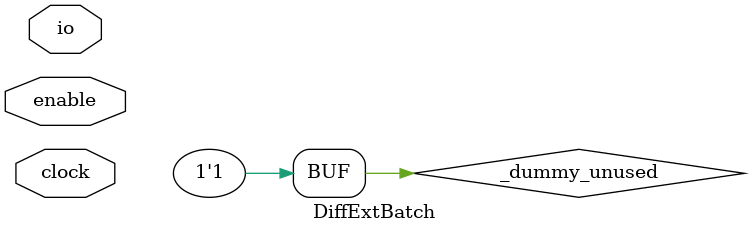
<source format=v>

`include "DifftestMacros.svh"
module DiffExtBatch(
  input         clock,
  input         enable,
  input  [15999:0] io
);
  wire _dummy_unused = 1'b1;
`ifndef SYNTHESIS
`ifdef DIFFTEST
`ifndef CONFIG_DIFFTEST_FPGA

import "DPI-C" function void v_difftest_Batch (
  input  bit[15999:0] io
);


  always @(posedge clock) begin
    if (enable)
      v_difftest_Batch (io);
  end
`endif // CONFIG_DIFFTEST_FPGA
`endif // DIFFTEST
`endif // SYNTHESIS
endmodule

</source>
